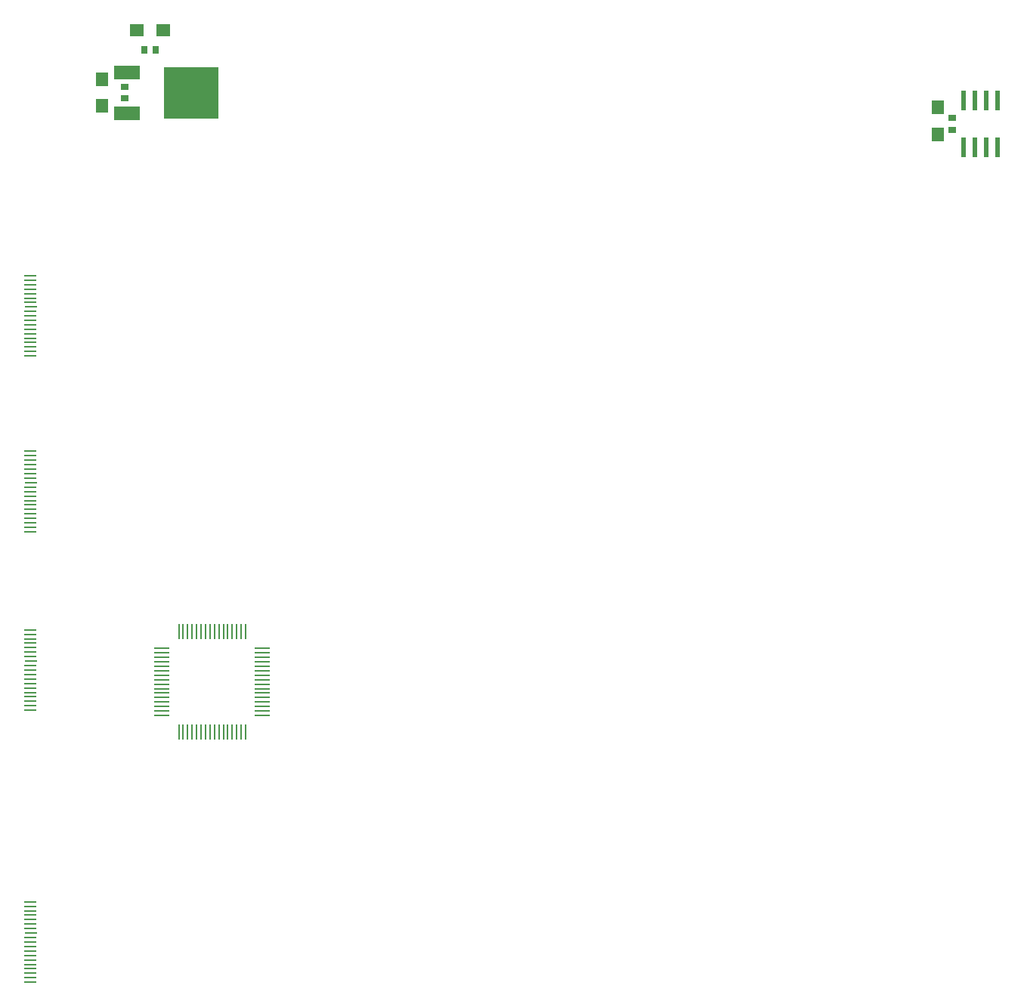
<source format=gbr>
G04 EAGLE Gerber RS-274X export*
G75*
%MOMM*%
%FSLAX34Y34*%
%LPD*%
%INSolderpaste Top*%
%IPPOS*%
%AMOC8*
5,1,8,0,0,1.08239X$1,22.5*%
G01*
%ADD10R,0.700000X0.900000*%
%ADD11R,0.900000X0.700000*%
%ADD12R,1.400000X1.600000*%
%ADD13R,1.600000X1.400000*%
%ADD14R,1.320800X0.177800*%
%ADD15R,0.600000X2.200000*%
%ADD16R,6.200000X5.800000*%
%ADD17R,3.000000X1.600000*%
%ADD18R,1.651900X0.280000*%
%ADD19R,0.280000X1.651900*%


D10*
X238275Y1098550D03*
X225275Y1098550D03*
D11*
X203200Y1044425D03*
X203200Y1057425D03*
D12*
X1114425Y1004175D03*
X1114425Y1034175D03*
D11*
X1130300Y1009500D03*
X1130300Y1022500D03*
D13*
X246775Y1120775D03*
X216775Y1120775D03*
D12*
X177800Y1035925D03*
X177800Y1065925D03*
D14*
X98072Y845820D03*
X98072Y840740D03*
X98072Y835660D03*
X98072Y830834D03*
X98072Y825754D03*
X97818Y820674D03*
X98072Y815848D03*
X98326Y810768D03*
X97818Y805688D03*
X97818Y800608D03*
X98072Y795782D03*
X97818Y790702D03*
X97818Y785876D03*
X98072Y780796D03*
X98072Y775716D03*
X98072Y770890D03*
X98072Y765810D03*
X98072Y760730D03*
X97818Y755650D03*
X98072Y648970D03*
X98072Y643890D03*
X98072Y638810D03*
X98072Y633984D03*
X98072Y628904D03*
X97818Y623824D03*
X98072Y618998D03*
X98326Y613918D03*
X97818Y608838D03*
X97818Y603758D03*
X98072Y598932D03*
X97818Y593852D03*
X97818Y589026D03*
X98072Y583946D03*
X98072Y578866D03*
X98072Y574040D03*
X98072Y568960D03*
X98072Y563880D03*
X97818Y558800D03*
X98072Y448945D03*
X98072Y443865D03*
X98072Y438785D03*
X98072Y433959D03*
X98072Y428879D03*
X97818Y423799D03*
X98072Y418973D03*
X98326Y413893D03*
X97818Y408813D03*
X97818Y403733D03*
X98072Y398907D03*
X97818Y393827D03*
X97818Y389001D03*
X98072Y383921D03*
X98072Y378841D03*
X98072Y374015D03*
X98072Y368935D03*
X98072Y363855D03*
X97818Y358775D03*
X98072Y144145D03*
X98072Y139065D03*
X98072Y133985D03*
X98072Y129159D03*
X98072Y124079D03*
X97818Y118999D03*
X98072Y114173D03*
X98326Y109093D03*
X97818Y104013D03*
X97818Y98933D03*
X98072Y94107D03*
X97818Y89027D03*
X97818Y84201D03*
X98072Y79121D03*
X98072Y74041D03*
X98072Y69215D03*
X98072Y64135D03*
X98072Y59055D03*
X97818Y53975D03*
D15*
X1155700Y990000D03*
X1155700Y1042000D03*
X1143000Y990000D03*
X1168400Y990000D03*
X1181100Y990000D03*
X1143000Y1042000D03*
X1168400Y1042000D03*
X1181100Y1042000D03*
D16*
X277800Y1050925D03*
D17*
X206000Y1073725D03*
X206000Y1028125D03*
D18*
X245308Y428025D03*
X245308Y423025D03*
X245308Y418025D03*
X245308Y413025D03*
X245308Y408025D03*
X245308Y403025D03*
X245308Y398025D03*
X245308Y393025D03*
X245308Y388025D03*
X245308Y383025D03*
X245308Y378025D03*
X245308Y373025D03*
X245308Y368025D03*
X245308Y363025D03*
X245308Y358025D03*
X245308Y353025D03*
D19*
X264125Y334208D03*
X269125Y334208D03*
X274125Y334208D03*
X279125Y334208D03*
X284125Y334208D03*
X289125Y334208D03*
X294125Y334208D03*
X299125Y334208D03*
X304125Y334208D03*
X309125Y334208D03*
X314125Y334208D03*
X319125Y334208D03*
X324125Y334208D03*
X329125Y334208D03*
X334125Y334208D03*
X339125Y334208D03*
D18*
X357942Y353025D03*
X357942Y358025D03*
X357942Y363025D03*
X357942Y368025D03*
X357942Y373025D03*
X357942Y378025D03*
X357942Y383025D03*
X357942Y388025D03*
X357942Y393025D03*
X357942Y398025D03*
X357942Y403025D03*
X357942Y408025D03*
X357942Y413025D03*
X357942Y418025D03*
X357942Y423025D03*
X357942Y428025D03*
D19*
X339125Y446842D03*
X334125Y446842D03*
X329125Y446842D03*
X324125Y446842D03*
X319125Y446842D03*
X314125Y446842D03*
X309125Y446842D03*
X304125Y446842D03*
X299125Y446842D03*
X294125Y446842D03*
X289125Y446842D03*
X284125Y446842D03*
X279125Y446842D03*
X274125Y446842D03*
X269125Y446842D03*
X264125Y446842D03*
M02*

</source>
